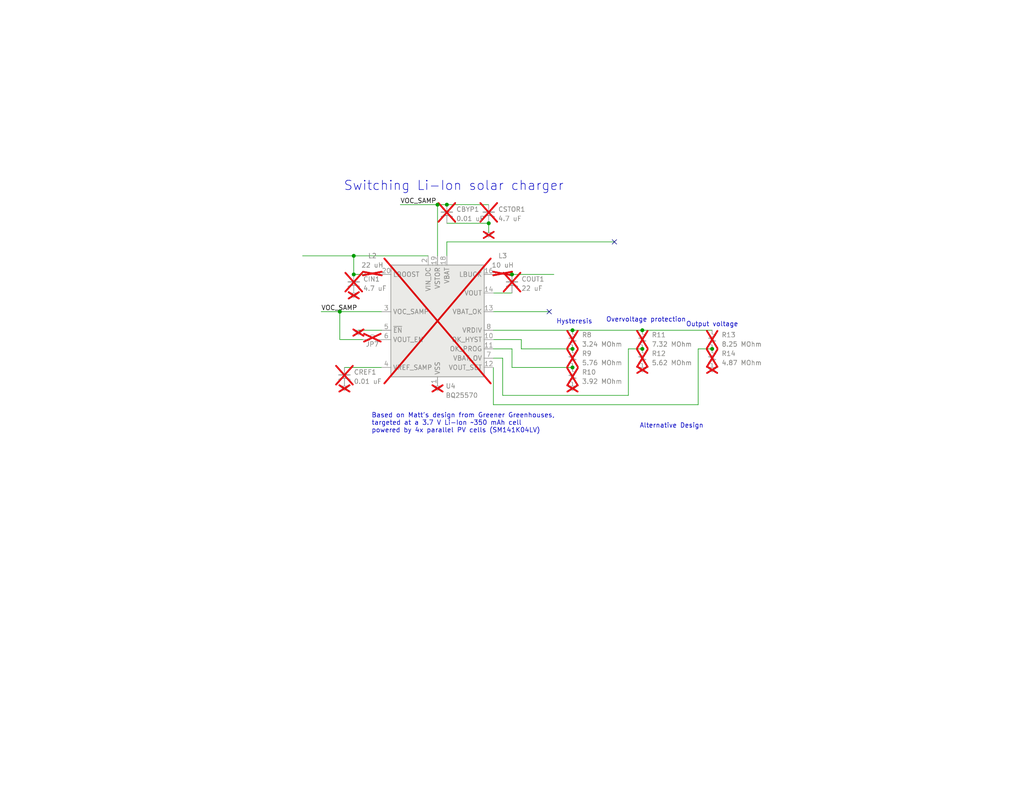
<source format=kicad_sch>
(kicad_sch (version 20250114) (generator "eeschema") (generator_version "9.0")
  (paper "USLetter")
  (title_block (title "ENTS Node Battery Module") (date "2024-11-12") (rev "3") (comment 1 "Jack Lin"))
  (lib_symbols
    (symbol "Battery_Management:BQ25570"
      (property "Reference" "U" (at -12.7 16.51 0))
      (property "Value" "BQ25570" (at 10.16 16.51 0))
      (symbol "BQ25570_0_1"
        (rectangle (start -12.7 15.24) (end 12.7 -15.24) (stroke (width 0.254)) (fill (type background)))
      )
      (symbol "BQ25570_1_1"
        (pin passive line (at -15.24 12.7 0) (length 2.54) (name "LBOOST") (number "20"))
        (pin input line (at -15.24 2.54 0) (length 2.54) (name "VOC_SAMP") (number "3"))
        (pin input line (at -15.24 -2.54 0) (length 2.54) (name "~{EN}") (number "5"))
        (pin input line (at -15.24 -5.08 0) (length 2.54) (name "VOUT_EN") (number "6"))
        (pin passive line (at -15.24 -12.7 0) (length 2.54) (name "VREF_SAMP") (number "4"))
        (pin power_in line (at -2.54 17.78 270) (length 2.54) (name "VIN_DC") (number "2"))
        (pin power_out line (at 0 17.78 270) (length 2.54) (name "VSTOR") (number "19"))
        (pin power_in line (at 0 -17.78 90) (length 2.54) (name "VSS") (number "1"))
        (pin passive line (at 0 -17.78 90) (length 2.54) (hide yes) (name "VSS") (number "15"))
        (pin passive line (at 0 -17.78 90) (length 2.54) (hide yes) (name "VSS") (number "17"))
        (pin passive line (at 0 -17.78 90) (length 2.54) (hide yes) (name "VSS") (number "21"))
        (pin passive line (at 0 -17.78 90) (length 2.54) (hide yes) (name "VSS") (number "9"))
        (pin power_in line (at 2.54 17.78 270) (length 2.54) (name "VBAT") (number "18"))
        (pin passive line (at 15.24 12.7 180) (length 2.54) (name "LBUCK") (number "16"))
        (pin input line (at 15.24 7.62 180) (length 2.54) (name "VOUT") (number "14"))
        (pin output line (at 15.24 2.54 180) (length 2.54) (name "VBAT_OK") (number "13"))
        (pin output line (at 15.24 -2.54 180) (length 2.54) (name "VRDIV") (number "8"))
        (pin input line (at 15.24 -5.08 180) (length 2.54) (name "OK_HYST") (number "10"))
        (pin input line (at 15.24 -7.62 180) (length 2.54) (name "OK_PROG") (number "11"))
        (pin input line (at 15.24 -10.16 180) (length 2.54) (name "VBAT_OV") (number "7"))
        (pin input line (at 15.24 -12.7 180) (length 2.54) (name "VOUT_SET") (number "12"))
      )
    )
    (symbol "Device:C_Polarized_Small_US" (pin_numbers (hide yes)) (pin_names (offset 0.254) (hide yes))
      (property "Reference" "C" (at 0.254 1.778 0))
      (property "Value" "C_Polarized_Small_US" (at 0.254 -2.032 0))
      (symbol "C_Polarized_Small_US_0_1"
        (polyline (pts (xy -1.524 0.508) (xy 1.524 0.508)) (stroke (width 0.3048)))
        (polyline (pts (xy -1.27 1.524) (xy -0.762 1.524)))
        (polyline (pts (xy -1.016 1.27) (xy -1.016 1.778)))
        (arc (start -1.524 -0.762) (mid 0 -0.3734) (end 1.524 -0.762) (stroke (width 0.3048)))
      )
      (symbol "C_Polarized_Small_US_1_1"
        (pin passive line (at 0 2.54 270) (length 2.032) (name "~") (number "1"))
        (pin passive line (at 0 -2.54 90) (length 2.032) (name "~") (number "2"))
      )
    )
    (symbol "Device:L_Small" (pin_numbers (hide yes)) (pin_names (offset 0.254) (hide yes))
      (property "Reference" "L" (at 0.762 1.016 0))
      (property "Value" "L_Small" (at 0.762 -1.016 0))
      (symbol "L_Small_0_1"
        (arc (start 0 2.032) (mid 0.5058 1.524) (end 0 1.016))
        (arc (start 0 1.016) (mid 0.5058 0.508) (end 0 0))
        (arc (start 0 0) (mid 0.5058 -0.508) (end 0 -1.016))
        (arc (start 0 -1.016) (mid 0.5058 -1.524) (end 0 -2.032))
      )
      (symbol "L_Small_1_1"
        (pin passive line (at 0 2.54 270) (length 0.508) (name "~") (number "1"))
        (pin passive line (at 0 -2.54 90) (length 0.508) (name "~") (number "2"))
      )
    )
    (symbol "Device:R_Small_US" (pin_numbers (hide yes)) (pin_names (offset 0.254) (hide yes))
      (property "Reference" "R" (at 0.762 0.508 0))
      (property "Value" "R_Small_US" (at 0.762 -1.016 0))
      (symbol "R_Small_US_1_1"
        (polyline (pts (xy 0 1.524) (xy 1.016 1.143) (xy 0 0.762) (xy -1.016 0.381) (xy 0 0)))
        (polyline (pts (xy 0 0) (xy 1.016 -0.381) (xy 0 -0.762) (xy -1.016 -1.143) (xy 0 -1.524)))
        (pin passive line (at 0 2.54 270) (length 1.016) (name "~") (number "1"))
        (pin passive line (at 0 -2.54 90) (length 1.016) (name "~") (number "2"))
      )
    )
    (symbol "Jumper:Jumper_2_Small_Open" (pin_numbers (hide yes)) (pin_names (offset 0) (hide yes)) (exclude_from_sim yes)
      (property "Reference" "JP" (at 0 2.794 0))
      (property "Value" "Jumper_2_Small_Open" (at 0 -2.286 0))
      (symbol "Jumper_2_Small_Open_0_0"
        (circle (center -1.016 0) (radius 0.254))
        (circle (center 1.016 0) (radius 0.254))
      )
      (symbol "Jumper_2_Small_Open_0_1"
        (arc (start -0.762 1.0196) (mid 0 1.2729) (end 0.762 1.0196))
      )
      (symbol "Jumper_2_Small_Open_1_1"
        (pin passive line (at -2.54 0 0) (length 1.27) (name "A") (number "1"))
        (pin passive line (at 2.54 0 180) (length 1.27) (name "B") (number "2"))
      )
    )
    (symbol "Simulation_SPICE:0" (power) (pin_numbers (hide yes)) (pin_names (offset 0) (hide yes))
      (property "Value" "0" (at 0 -2.54 0))
      (symbol "0_0_1"
        (polyline (pts (xy -1.27 0) (xy 0 -1.27) (xy 1.27 0) (xy -1.27 0)))
      )
      (symbol "0_1_1"
        (pin power_in line (at 0 0 0) (length 0) (name "~") (number "1"))
      )
    )
  )
  (text "Overvoltage protection" (at 176.276 87.376 0) (effects (font (size 1.27 1.27))))
  (text "Alternative Design" (at 174.498 116.332 0) (effects (font (size 1.27 1.27)) (justify left)))
  (text "Switching Li-Ion solar charger" (at 93.726 52.324 0) (effects (font (size 2.54 2.54)) (justify left bottom)))
  (text "Output voltage" (at 194.31 88.646 0) (effects (font (size 1.27 1.27))))
  (text "Based on Matt's design from Greener Greenhouses,\ntargeted at a 3.7 V Li-Ion ~350 mAh cell\npowered by 4x parallel PV cells (SM141K04LV)" (at 101.346 115.57 0) (effects (font (size 1.27 1.27)) (justify left)))
  (text "Hysteresis" (at 156.718 87.884 0) (effects (font (size 1.27 1.27))))
  (junction (at 92.71 85.09))
  (junction (at 156.21 100.33))
  (junction (at 133.35 60.96))
  (junction (at 194.31 95.25))
  (junction (at 156.21 90.17))
  (junction (at 96.52 74.93))
  (junction (at 175.26 90.17))
  (junction (at 175.26 95.25))
  (junction (at 139.7 74.93))
  (junction (at 121.92 55.88))
  (junction (at 156.21 95.25))
  (junction (at 119.38 55.88))
  (junction (at 96.52 69.85))
  (no_connect (at 167.64 66.04))
  (no_connect (at 149.86 85.09))
  (wire (pts (xy 96.52 69.85) (xy 96.52 74.93)))
  (wire (pts (xy 171.45 95.25) (xy 175.26 95.25)))
  (wire (pts (xy 134.62 85.09) (xy 149.86 85.09)))
  (wire (pts (xy 99.06 92.71) (xy 92.71 92.71)))
  (wire (pts (xy 82.55 69.85) (xy 96.52 69.85)))
  (wire (pts (xy 142.24 95.25) (xy 156.21 95.25)))
  (wire (pts (xy 139.7 74.93) (xy 151.13 74.93)))
  (wire (pts (xy 96.52 74.93) (xy 99.06 74.93)))
  (wire (pts (xy 190.5 110.49) (xy 190.5 95.25)))
  (wire (pts (xy 190.5 95.25) (xy 194.31 95.25)))
  (wire (pts (xy 121.92 69.85) (xy 121.92 66.04)))
  (wire (pts (xy 109.22 55.88) (xy 119.38 55.88)))
  (wire (pts (xy 134.62 95.25) (xy 139.7 95.25)))
  (wire (pts (xy 116.84 69.85) (xy 96.52 69.85)))
  (wire (pts (xy 133.35 60.96) (xy 133.35 63.5)))
  (wire (pts (xy 121.92 55.88) (xy 119.38 55.88)))
  (wire (pts (xy 156.21 90.17) (xy 175.26 90.17)))
  (wire (pts (xy 142.24 92.71) (xy 142.24 95.25)))
  (wire (pts (xy 137.16 107.95) (xy 171.45 107.95)))
  (wire (pts (xy 134.62 110.49) (xy 190.5 110.49)))
  (wire (pts (xy 134.62 90.17) (xy 156.21 90.17)))
  (wire (pts (xy 121.92 60.96) (xy 133.35 60.96)))
  (wire (pts (xy 175.26 90.17) (xy 194.31 90.17)))
  (wire (pts (xy 119.38 55.88) (xy 119.38 69.85)))
  (wire (pts (xy 92.71 92.71) (xy 92.71 85.09)))
  (wire (pts (xy 139.7 100.33) (xy 139.7 95.25)))
  (wire (pts (xy 137.16 97.79) (xy 137.16 107.95)))
  (wire (pts (xy 121.92 66.04) (xy 167.64 66.04)))
  (wire (pts (xy 93.98 100.33) (xy 104.14 100.33)))
  (wire (pts (xy 97.79 90.17) (xy 104.14 90.17)))
  (wire (pts (xy 134.62 100.33) (xy 134.62 110.49)))
  (wire (pts (xy 87.63 85.09) (xy 92.71 85.09)))
  (wire (pts (xy 92.71 85.09) (xy 104.14 85.09)))
  (wire (pts (xy 134.62 97.79) (xy 137.16 97.79)))
  (wire (pts (xy 133.35 55.88) (xy 121.92 55.88)))
  (wire (pts (xy 134.62 92.71) (xy 142.24 92.71)))
  (wire (pts (xy 171.45 107.95) (xy 171.45 95.25)))
  (wire (pts (xy 134.62 80.01) (xy 139.7 80.01)))
  (wire (pts (xy 156.21 100.33) (xy 139.7 100.33)))
  (label "VOC_SAMP" (at 87.63 85.09 0))
  (label "VOC_SAMP" (at 109.22 55.88 0))
  (symbol (lib_id "Battery_Management:BQ25570") (at 119.38 87.63 0) (unit 1) (in_bom no) (on_board no) (dnp yes)
    (property "Reference" "U4" (at 121.5741 105.41 0) (effects (justify left)))
    (property "Value" "BQ25570" (at 121.5741 107.95 0) (effects (justify left)))
    (property "Footprint" "Package_DFN_QFN:QFN-20-1EP_3.5x3.5mm_P0.5mm_EP2x2mm" (effects (hide yes)))
    (property "Datasheet" "http://www.ti.com/lit/ds/symlink/bq25570.pdf" (effects (hide yes)))
    (property "Description" "Nano Power Boost Charger and Buck Converter for Energy Harvester Powered Applications, QFN-20" (effects (hide yes)))
  )
  (symbol (lib_id "Device:R_Small_US") (at 175.26 92.71 0) (unit 1) (in_bom no) (on_board no) (dnp yes)
    (property "Reference" "R11" (at 177.8 91.4399 0) (effects (justify left)))
    (property "Value" "7.32 MOhm" (at 177.8 93.9799 0) (effects (justify left)))
    (property "Description" "Resistor, small US symbol" (effects (hide yes)))
  )
  (symbol (lib_id "Device:R_Small_US") (at 156.21 97.79 0) (unit 1) (in_bom no) (on_board no) (dnp yes)
    (property "Reference" "R9" (at 158.75 96.5199 0) (effects (justify left)))
    (property "Value" "5.76 MOhm" (at 158.75 99.0599 0) (effects (justify left)))
    (property "Description" "Resistor, small US symbol" (effects (hide yes)))
  )
  (symbol (lib_id "Simulation_SPICE:0") (at 97.79 90.17 0) (unit 1) (in_bom no) (on_board no) (dnp yes)
    (property "Reference" "#GND039" (effects (hide yes)))
    (property "Value" "0" (effects (hide yes)))
    (property "Datasheet" "https://ngspice.sourceforge.io/docs/ngspice-html-manual/manual.xhtml#subsec_Circuit_elements__device" (effects (hide yes)))
    (property "Description" "0V reference potential for simulation" (effects (hide yes)))
  )
  (symbol (lib_id "Simulation_SPICE:0") (at 175.26 100.33 0) (unit 1) (in_bom no) (on_board no) (dnp yes)
    (property "Reference" "#GND043" (effects (hide yes)))
    (property "Value" "0" (effects (hide yes)))
    (property "Datasheet" "https://ngspice.sourceforge.io/docs/ngspice-html-manual/manual.xhtml#subsec_Circuit_elements__device" (effects (hide yes)))
    (property "Description" "0V reference potential for simulation" (effects (hide yes)))
  )
  (symbol (lib_id "Simulation_SPICE:0") (at 96.52 80.01 0) (unit 1) (in_bom no) (on_board no) (dnp yes)
    (property "Reference" "#GND038" (effects (hide yes)))
    (property "Value" "0" (effects (hide yes)))
    (property "Datasheet" "https://ngspice.sourceforge.io/docs/ngspice-html-manual/manual.xhtml#subsec_Circuit_elements__device" (effects (hide yes)))
    (property "Description" "0V reference potential for simulation" (effects (hide yes)))
  )
  (symbol (lib_id "Device:L_Small") (at 137.16 74.93 90) (unit 1) (in_bom no) (on_board no) (dnp yes)
    (property "Reference" "L3" (at 137.16 69.85 90))
    (property "Value" "10 uH" (at 137.16 72.39 90))
    (property "Description" "Inductor, small symbol" (effects (hide yes)))
  )
  (symbol (lib_id "Device:R_Small_US") (at 194.31 92.71 0) (unit 1) (in_bom no) (on_board no) (dnp yes)
    (property "Reference" "R13" (at 196.85 91.4399 0) (effects (justify left)))
    (property "Value" "8.25 MOhm" (at 196.85 93.9799 0) (effects (justify left)))
    (property "Description" "Resistor, small US symbol" (effects (hide yes)))
  )
  (symbol (lib_id "Device:C_Polarized_Small_US") (at 139.7 77.47 0) (unit 1) (in_bom no) (on_board no) (dnp yes)
    (property "Reference" "COUT1" (at 142.24 76.2 0) (effects (justify left)))
    (property "Value" "22 uF" (at 142.24 78.74 0) (effects (justify left)))
    (property "Description" "Polarized capacitor, small US symbol" (effects (hide yes)))
  )
  (symbol (lib_id "Simulation_SPICE:0") (at 156.21 105.41 0) (unit 1) (in_bom no) (on_board no) (dnp yes)
    (property "Reference" "#GND042" (effects (hide yes)))
    (property "Value" "0" (effects (hide yes)))
    (property "Datasheet" "https://ngspice.sourceforge.io/docs/ngspice-html-manual/manual.xhtml#subsec_Circuit_elements__device" (effects (hide yes)))
    (property "Description" "0V reference potential for simulation" (effects (hide yes)))
  )
  (symbol (lib_id "Simulation_SPICE:0") (at 133.35 63.5 0) (unit 1) (in_bom no) (on_board no) (dnp yes)
    (property "Reference" "#GND041" (effects (hide yes)))
    (property "Value" "0" (effects (hide yes)))
    (property "Datasheet" "https://ngspice.sourceforge.io/docs/ngspice-html-manual/manual.xhtml#subsec_Circuit_elements__device" (effects (hide yes)))
    (property "Description" "0V reference potential for simulation" (effects (hide yes)))
  )
  (symbol (lib_id "Device:C_Polarized_Small_US") (at 96.52 77.47 0) (unit 1) (in_bom no) (on_board no) (dnp yes)
    (property "Reference" "CIN1" (at 99.06 76.2 0) (effects (justify left)))
    (property "Value" "4.7 uF" (at 99.06 78.74 0) (effects (justify left)))
    (property "Description" "Polarized capacitor, small US symbol" (effects (hide yes)))
  )
  (symbol (lib_id "Simulation_SPICE:0") (at 119.38 105.41 0) (unit 1) (in_bom no) (on_board no) (dnp yes)
    (property "Reference" "#GND040" (effects (hide yes)))
    (property "Value" "0" (effects (hide yes)))
    (property "Datasheet" "https://ngspice.sourceforge.io/docs/ngspice-html-manual/manual.xhtml#subsec_Circuit_elements__device" (effects (hide yes)))
    (property "Description" "0V reference potential for simulation" (effects (hide yes)))
  )
  (symbol (lib_id "Device:R_Small_US") (at 194.31 97.79 0) (unit 1) (in_bom no) (on_board no) (dnp yes)
    (property "Reference" "R14" (at 196.85 96.5199 0) (effects (justify left)))
    (property "Value" "4.87 MOhm" (at 196.85 99.0599 0) (effects (justify left)))
    (property "Description" "Resistor, small US symbol" (effects (hide yes)))
  )
  (symbol (lib_id "Simulation_SPICE:0") (at 93.98 105.41 0) (unit 1) (in_bom no) (on_board no) (dnp yes)
    (property "Reference" "#GND037" (effects (hide yes)))
    (property "Value" "0" (effects (hide yes)))
    (property "Datasheet" "https://ngspice.sourceforge.io/docs/ngspice-html-manual/manual.xhtml#subsec_Circuit_elements__device" (effects (hide yes)))
    (property "Description" "0V reference potential for simulation" (effects (hide yes)))
  )
  (symbol (lib_id "Device:R_Small_US") (at 156.21 102.87 0) (unit 1) (in_bom no) (on_board no) (dnp yes)
    (property "Reference" "R10" (at 158.75 101.5999 0) (effects (justify left)))
    (property "Value" "3.92 MOhm" (at 158.75 104.1399 0) (effects (justify left)))
    (property "Description" "Resistor, small US symbol" (effects (hide yes)))
  )
  (symbol (lib_id "Device:R_Small_US") (at 156.21 92.71 0) (unit 1) (in_bom no) (on_board no) (dnp yes)
    (property "Reference" "R8" (at 158.75 91.4399 0) (effects (justify left)))
    (property "Value" "3.24 MOhm" (at 158.75 93.9799 0) (effects (justify left)))
    (property "Description" "Resistor, small US symbol" (effects (hide yes)))
  )
  (symbol (lib_id "Simulation_SPICE:0") (at 194.31 100.33 0) (unit 1) (in_bom no) (on_board no) (dnp yes)
    (property "Reference" "#GND044" (effects (hide yes)))
    (property "Value" "0" (effects (hide yes)))
    (property "Datasheet" "https://ngspice.sourceforge.io/docs/ngspice-html-manual/manual.xhtml#subsec_Circuit_elements__device" (effects (hide yes)))
    (property "Description" "0V reference potential for simulation" (effects (hide yes)))
  )
  (symbol (lib_id "Device:L_Small") (at 101.6 74.93 90) (unit 1) (in_bom no) (on_board no) (dnp yes)
    (property "Reference" "L2" (at 101.6 69.85 90))
    (property "Value" "22 uH" (at 101.6 72.39 90))
    (property "Description" "Inductor, small symbol" (effects (hide yes)))
  )
  (symbol (lib_id "Device:C_Polarized_Small_US") (at 133.35 58.42 0) (unit 1) (in_bom no) (on_board no) (dnp yes)
    (property "Reference" "CSTOR1" (at 135.89 57.15 0) (effects (justify left)))
    (property "Value" "4.7 uF" (at 135.89 59.69 0) (effects (justify left)))
    (property "Description" "Polarized capacitor, small US symbol" (effects (hide yes)))
  )
  (symbol (lib_id "Jumper:Jumper_2_Small_Open") (at 101.6 92.71 0) (unit 1) (exclude_from_sim yes) (in_bom no) (on_board no) (dnp yes)
    (property "Reference" "JP7" (at 101.6 93.98 0))
    (property "Value" "Jumper_2_Small_Open" (effects (hide yes)))
    (property "Description" "Jumper, 2-pole, small symbol, open" (effects (hide yes)))
  )
  (symbol (lib_id "Device:C_Polarized_Small_US") (at 121.92 58.42 0) (unit 1) (in_bom no) (on_board no) (dnp yes)
    (property "Reference" "CBYP1" (at 124.46 57.15 0) (effects (justify left)))
    (property "Value" "0.01 uF" (at 124.46 59.69 0) (effects (justify left)))
    (property "Description" "Polarized capacitor, small US symbol" (effects (hide yes)))
  )
  (symbol (lib_id "Device:C_Polarized_Small_US") (at 93.98 102.87 0) (unit 1) (in_bom no) (on_board no) (dnp yes)
    (property "Reference" "CREF1" (at 96.52 101.6 0) (effects (justify left)))
    (property "Value" "0.01 uF" (at 96.52 104.14 0) (effects (justify left)))
    (property "Description" "Polarized capacitor, small US symbol" (effects (hide yes)))
  )
  (symbol (lib_id "Device:R_Small_US") (at 175.26 97.79 0) (unit 1) (in_bom no) (on_board no) (dnp yes)
    (property "Reference" "R12" (at 177.8 96.5199 0) (effects (justify left)))
    (property "Value" "5.62 MOhm" (at 177.8 99.0599 0) (effects (justify left)))
    (property "Description" "Resistor, small US symbol" (effects (hide yes)))
  )
)
</source>
